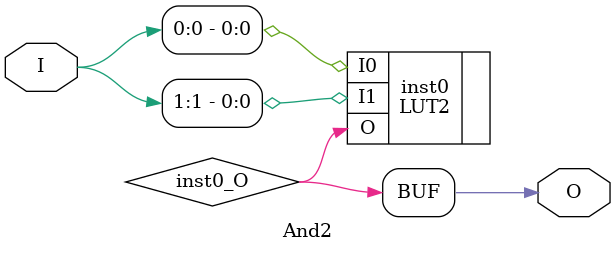
<source format=v>
module And2 (input [1:0] I, output  O);
wire  inst0_O;
LUT2 #(.INIT(4'h8)) inst0 (.I0(I[0]), .I1(I[1]), .O(inst0_O));
assign O = inst0_O;
endmodule


</source>
